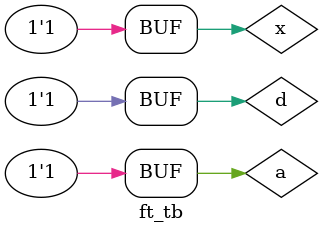
<source format=v>
module fn(input X, input A, input D,output L);

assign L= ~D&~X&A|D&~X&~A|D&~X&A;

endmodule

`timescale 1ps/1ps

module ft_tb ();
reg x;
reg a;
reg d;
wire z;

fn uut(x,a,d,z);

initial begin
    d=0;x=0;a=0;#10;
            a=1;#10;
        x=1;a=0;#10;
            a=1;#10;
    d=1;x=0;a=0;#10;
            a=1;#10;
        x=1;a=0;#10;
            a=1;#10;            
end

initial begin

$monitor("%d%d%d -> %d\n",d,x,a,z);
    
end

endmodule

</source>
